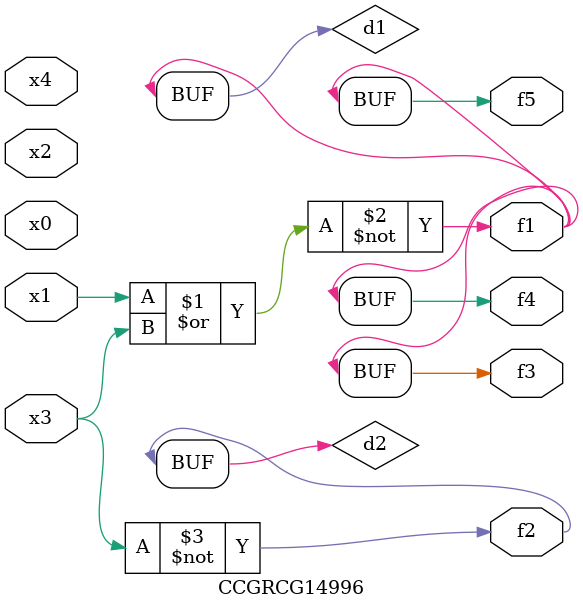
<source format=v>
module CCGRCG14996(
	input x0, x1, x2, x3, x4,
	output f1, f2, f3, f4, f5
);

	wire d1, d2;

	nor (d1, x1, x3);
	not (d2, x3);
	assign f1 = d1;
	assign f2 = d2;
	assign f3 = d1;
	assign f4 = d1;
	assign f5 = d1;
endmodule

</source>
